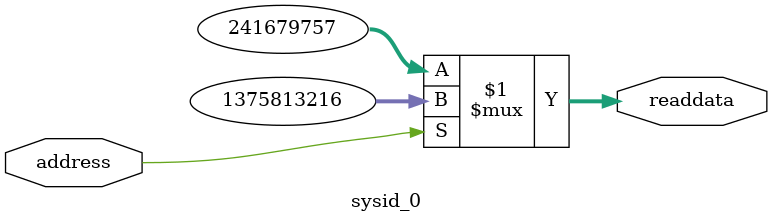
<source format=v>

`timescale 1ns / 1ps
// synthesis translate_on

// turn off superfluous verilog processor warnings 
// altera message_level Level1 
// altera message_off 10034 10035 10036 10037 10230 10240 10030 

module sysid_0 (
                 // inputs:
                  address,

                 // outputs:
                  readdata
               )
;

  output  [ 31: 0] readdata;
  input            address;

  wire    [ 31: 0] readdata;
  //control_slave, which is an e_avalon_slave
  assign readdata = address ? 1375813216 : 241679757;

endmodule


</source>
